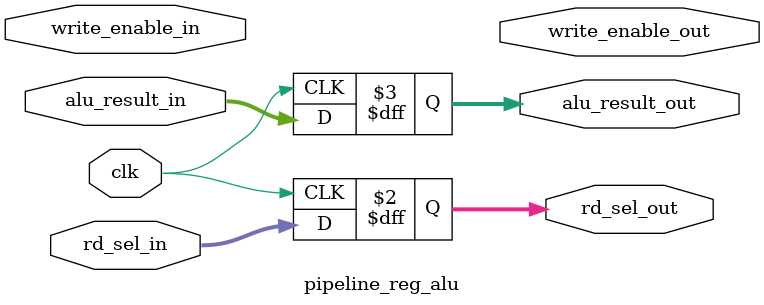
<source format=v>
`timescale 1ns / 1ps


module pipeline_reg_alu(
    input clk,
    input write_enable_in,
    input [5:0] rd_sel_in,
    input [31:0] alu_result_in,
    output reg write_enable_out,
    output reg [5:0] rd_sel_out,
    output reg [31:0] alu_result_out
);

    always @(posedge clk) begin
        rd_sel_out <= rd_sel_in;
        alu_result_out <= alu_result_in;
    end

endmodule

</source>
